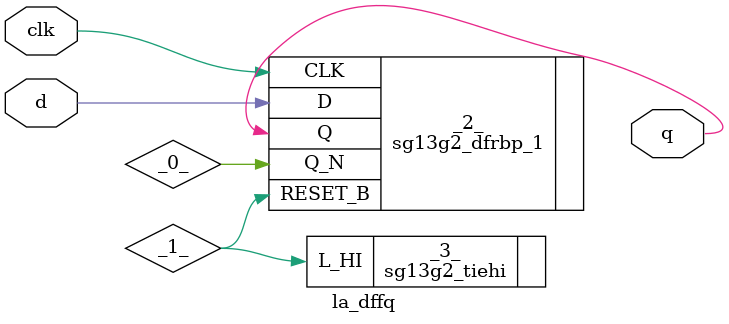
<source format=v>

/* Generated by Yosys 0.44 (git sha1 80ba43d26, g++ 11.4.0-1ubuntu1~22.04 -fPIC -O3) */

(* top =  1  *)
(* src = "inputs/la_dffq.v:10.1-20.10" *)
module la_dffq (
    d,
    clk,
    q
);
  (* unused_bits = "0" *)
  wire _0_;
  wire _1_;
  (* src = "inputs/la_dffq.v:14.16-14.19" *)
  input clk;
  wire clk;
  (* src = "inputs/la_dffq.v:13.16-13.17" *)
  input d;
  wire d;
  (* src = "inputs/la_dffq.v:15.16-15.17" *)
  output q;
  wire q;
  (* src = "inputs/la_dffq.v:18.5-18.34" *)
  sg13g2_dfrbp_1 _2_ (
      .CLK(clk),
      .D(d),
      .Q(q),
      .Q_N(_0_),
      .RESET_B(_1_)
  );
  sg13g2_tiehi _3_ (.L_HI(_1_));
endmodule

</source>
